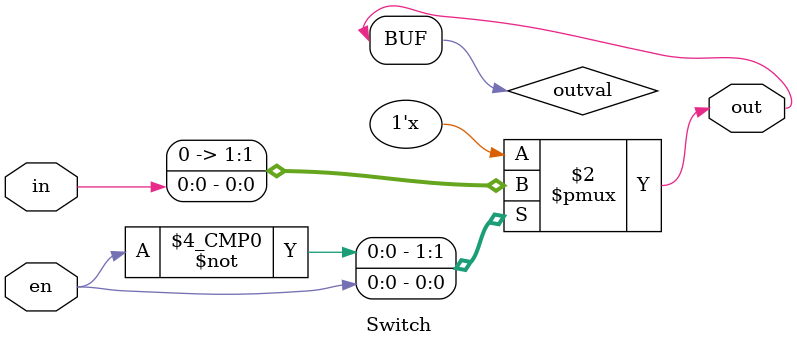
<source format=sv>
module Decoder3 (sel0, sel1, sel2, out0, out1, out2, out3, out4, out5, out6, out7);
    input sel0;
    input sel1;
    input sel2;
    output reg out0;
    output reg out1;
    output reg out2;
    output reg out3;
    output reg out4;
    output reg out5;
    output reg out6;
    output reg out7;

    always @ (sel2 or sel1 or sel0)
    begin
        case({sel2, sel1, sel0})
        3'b000 : {out7, out6, out5, out4, out3, out2, out1, out0} = 8'b0000_0001;
        3'b001 : {out7, out6, out5, out4, out3, out2, out1, out0} = 8'b0000_0010;
        3'b010 : {out7, out6, out5, out4, out3, out2, out1, out0} = 8'b0000_0100;
        3'b011 : {out7, out6, out5, out4, out3, out2, out1, out0} = 8'b0000_1000;
        3'b100 : {out7, out6, out5, out4, out3, out2, out1, out0} = 8'b0001_0000;
        3'b101 : {out7, out6, out5, out4, out3, out2, out1, out0} = 8'b0010_0000;
        3'b110 : {out7, out6, out5, out4, out3, out2, out1, out0} = 8'b0100_0000;
        3'b111 : {out7, out6, out5, out4, out3, out2, out1, out0} = 8'b1000_0000;
        default : {out7, out6, out5, out4, out3, out2, out1, out0} = 8'b0000_0000;
        endcase
    end 
endmodule

module Splitter8 (in, out0, out1, out2, out3, out4, out5, out6, out7);
    input [7:0] in;
    output out0;
    output out1;
    output out2;
    output out3;
    output out4;
    output out5;
    output out6;
    output out7;
    
    assign {out7, out6, out5, out4, out3, out2, out1, out0} = in;
endmodule

module Switch(en, in, out);
    parameter BIT_WIDTH = 1;
    input en;
    input [BIT_WIDTH-1:0] in;
    output [BIT_WIDTH-1:0] out;
    reg [BIT_WIDTH-1:0] outval;
    
    always @ (en or in) begin
        case(en)
        1'b0 : outval = {BIT_WIDTH{1'b0}};
        1'b1 : outval = in;
        endcase
    end
    assign out = outval;
endmodule

</source>
